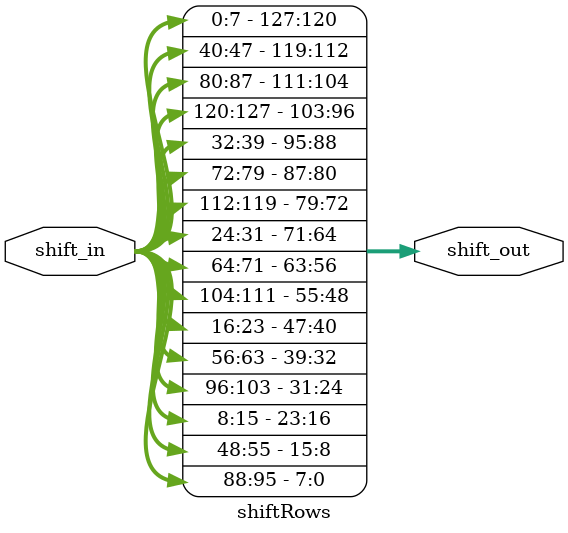
<source format=v>
module shiftRows (
    input [0:127] shift_in,
    output [0:127] shift_out
);
// 1st row doesn't need to shift
assign shift_out[0+:8] = shift_in[0+:8];
assign shift_out[32+:8] = shift_in[32+:8];
assign shift_out[64+:8] = shift_in[64+:8];
assign shift_out[96+:8] = shift_in[96+:8];
	
// 2nd row shift to left for 1 cell
assign shift_out[8+:8] = shift_in[40+:8];
assign shift_out[40+:8] = shift_in[72+:8];
assign shift_out[72+:8] = shift_in[104+:8];
assign shift_out[104+:8] = shift_in[8+:8];
	
// 3rd row shift to left for 2 cell
assign shift_out[16+:8] = shift_in[80+:8];
assign shift_out[48+:8] = shift_in[112+:8];
assign shift_out[80+:8] = shift_in[16+:8];
assign shift_out[112+:8] = shift_in[48+:8];
	
// 4th row shift to left for 3 cell
assign shift_out[24+:8] = shift_in[120+:8];
assign shift_out[56+:8] = shift_in[24+:8];
assign shift_out[88+:8] = shift_in[56+:8];
assign shift_out[120+:8] = shift_in[88+:8];

endmodule
</source>
